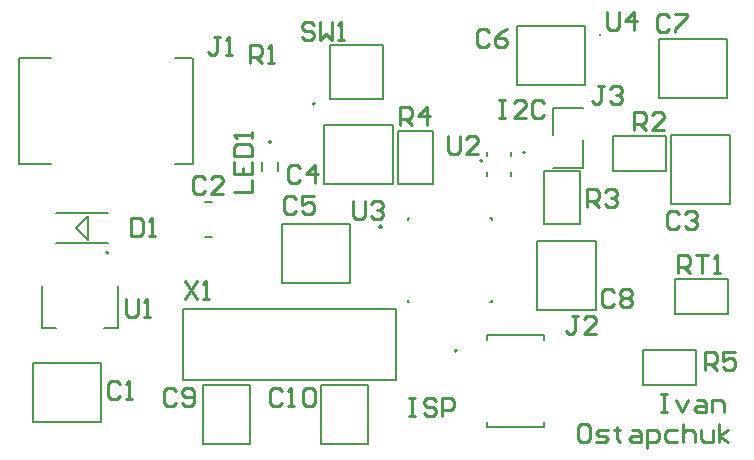
<source format=gto>
G04*
G04 #@! TF.GenerationSoftware,Altium Limited,Altium Designer,22.2.1 (43)*
G04*
G04 Layer_Color=65535*
%FSLAX25Y25*%
%MOIN*%
G70*
G04*
G04 #@! TF.SameCoordinates,AAFBACAA-EC33-4654-A321-DB7F653A4B28*
G04*
G04*
G04 #@! TF.FilePolarity,Positive*
G04*
G01*
G75*
%ADD10C,0.00787*%
%ADD11C,0.01000*%
%ADD12C,0.00600*%
%ADD13C,0.00945*%
%ADD14C,0.00500*%
D10*
X149685Y35197D02*
G03*
X149685Y35197I-394J0D01*
G01*
X172441Y101299D02*
G03*
X172441Y101299I-394J0D01*
G01*
X102362Y117520D02*
G03*
X102362Y117520I-394J0D01*
G01*
X158189Y98524D02*
G03*
X158189Y98524I-394J0D01*
G01*
X33465Y67913D02*
G03*
X33465Y67913I-394J0D01*
G01*
X186070Y71781D02*
X195912D01*
Y48947D02*
Y71781D01*
X176227Y48947D02*
X195912D01*
X176227D02*
Y71781D01*
X186070D01*
X181811Y107087D02*
Y116299D01*
X191811D01*
X181811Y96299D02*
X191811D01*
Y105512D01*
X91338Y67635D02*
Y77477D01*
X114173D01*
Y57792D02*
Y77477D01*
X91338Y57792D02*
X114173D01*
X91338D02*
Y67635D01*
X55610Y132874D02*
X61516D01*
X61614Y97441D02*
Y132874D01*
X55610Y97441D02*
X61516D01*
X3740Y132874D02*
X14370D01*
X3740Y97441D02*
Y132874D01*
Y97441D02*
X14370D01*
X22702Y76181D02*
X26639Y80118D01*
X22702Y76181D02*
X26639Y72244D01*
Y80118D01*
X105512Y100591D02*
Y110433D01*
X128347D01*
Y90748D02*
Y110433D01*
X105512Y90748D02*
X128347D01*
X105512D02*
Y100591D01*
X135827Y90748D02*
X141732D01*
Y108465D01*
X129921D02*
X141732D01*
X129921Y90748D02*
Y108465D01*
Y90748D02*
X135827D01*
X129232Y25591D02*
Y37402D01*
X58366Y25591D02*
X129232D01*
X58366D02*
Y49213D01*
X129232D01*
Y37402D02*
Y49213D01*
X220866Y84252D02*
X230709D01*
X220866D02*
Y107087D01*
X240551D01*
Y84252D02*
Y107087D01*
X230709Y84252D02*
X240551D01*
X216929Y129317D02*
Y139160D01*
X239764D01*
Y119475D02*
Y139160D01*
X216929Y119475D02*
X239764D01*
X216929D02*
Y129317D01*
X192520Y123658D02*
Y133500D01*
X169685Y123658D02*
X192520D01*
X169685D02*
Y143342D01*
X192520D01*
Y133500D02*
Y143342D01*
X31102Y11417D02*
Y21260D01*
X8268Y11417D02*
X31102D01*
X8268D02*
Y31102D01*
X31102D01*
Y21260D02*
Y31102D01*
X240059Y53347D02*
Y59252D01*
X222342D02*
X240059D01*
X222342Y47441D02*
Y59252D01*
Y47441D02*
X240059D01*
Y53347D01*
X211614Y23819D02*
Y29724D01*
Y23819D02*
X229331D01*
Y35630D01*
X211614D02*
X229331D01*
X211614Y29724D02*
Y35630D01*
X219488Y100960D02*
Y106866D01*
X201772D02*
X219488D01*
X201772Y95055D02*
Y106866D01*
Y95055D02*
X219488D01*
Y100960D01*
X184646Y77362D02*
X190551D01*
Y95079D01*
X178740D02*
X190551D01*
X178740Y77362D02*
Y95079D01*
Y77362D02*
X184646D01*
X104331Y4134D02*
X112205D01*
X104331D02*
Y23819D01*
X120079D01*
Y4134D02*
Y23819D01*
X112205Y4134D02*
X120079D01*
X64961D02*
X72835D01*
X64961D02*
Y23819D01*
X80709D01*
Y4134D02*
Y23819D01*
X72835Y4134D02*
X80709D01*
D11*
X197441Y140453D02*
G03*
X197441Y140453I-98J0D01*
G01*
X163598Y118809D02*
X165598D01*
X164598D01*
Y112811D01*
X163598D01*
X165598D01*
X172596D02*
X168597D01*
X172596Y116810D01*
Y117809D01*
X171596Y118809D01*
X169597D01*
X168597Y117809D01*
X178594D02*
X177594Y118809D01*
X175595D01*
X174595Y117809D01*
Y113811D01*
X175595Y112811D01*
X177594D01*
X178594Y113811D01*
X133677Y19597D02*
X135677D01*
X134677D01*
Y13598D01*
X133677D01*
X135677D01*
X142674Y18597D02*
X141675Y19597D01*
X139675D01*
X138675Y18597D01*
Y17597D01*
X139675Y16598D01*
X141675D01*
X142674Y15598D01*
Y14598D01*
X141675Y13598D01*
X139675D01*
X138675Y14598D01*
X144674Y13598D02*
Y19597D01*
X147673D01*
X148672Y18597D01*
Y16598D01*
X147673Y15598D01*
X144674D01*
X217535Y20778D02*
X219535D01*
X218535D01*
Y14780D01*
X217535D01*
X219535D01*
X222534Y18778D02*
X224533Y14780D01*
X226533Y18778D01*
X229532D02*
X231531D01*
X232531Y17779D01*
Y14780D01*
X229532D01*
X228532Y15779D01*
X229532Y16779D01*
X232531D01*
X234530Y14780D02*
Y18778D01*
X237529D01*
X238529Y17779D01*
Y14780D01*
X192975Y10966D02*
X190976D01*
X189976Y9966D01*
Y5968D01*
X190976Y4968D01*
X192975D01*
X193975Y5968D01*
Y9966D01*
X192975Y10966D01*
X195974Y4968D02*
X198974D01*
X199973Y5968D01*
X198974Y6967D01*
X196974D01*
X195974Y7967D01*
X196974Y8967D01*
X199973D01*
X202972Y9966D02*
Y8967D01*
X201973D01*
X203972D01*
X202972D01*
Y5968D01*
X203972Y4968D01*
X207971Y8967D02*
X209970D01*
X210970Y7967D01*
Y4968D01*
X207971D01*
X206971Y5968D01*
X207971Y6967D01*
X210970D01*
X212969Y2968D02*
Y8967D01*
X215968D01*
X216968Y7967D01*
Y5968D01*
X215968Y4968D01*
X212969D01*
X222966Y8967D02*
X219967D01*
X218967Y7967D01*
Y5968D01*
X219967Y4968D01*
X222966D01*
X224965Y10966D02*
Y4968D01*
Y7967D01*
X225965Y8967D01*
X227964D01*
X228964Y7967D01*
Y4968D01*
X230963Y8967D02*
Y5968D01*
X231963Y4968D01*
X234962D01*
Y8967D01*
X236961Y4968D02*
Y10966D01*
Y6967D02*
X239960Y8967D01*
X236961Y6967D02*
X239960Y4968D01*
X201999Y54756D02*
X201000Y55756D01*
X199000D01*
X198001Y54756D01*
Y50757D01*
X199000Y49758D01*
X201000D01*
X201999Y50757D01*
X203999Y54756D02*
X204998Y55756D01*
X206998D01*
X207997Y54756D01*
Y53756D01*
X206998Y52757D01*
X207997Y51757D01*
Y50757D01*
X206998Y49758D01*
X204998D01*
X203999Y50757D01*
Y51757D01*
X204998Y52757D01*
X203999Y53756D01*
Y54756D01*
X204998Y52757D02*
X206998D01*
X198607Y123471D02*
X196607D01*
X197607D01*
Y118473D01*
X196607Y117473D01*
X195608D01*
X194608Y118473D01*
X200606Y122472D02*
X201606Y123471D01*
X203605D01*
X204605Y122472D01*
Y121472D01*
X203605Y120472D01*
X202605D01*
X203605D01*
X204605Y119473D01*
Y118473D01*
X203605Y117473D01*
X201606D01*
X200606Y118473D01*
X70669Y139810D02*
X68670D01*
X69670D01*
Y134812D01*
X68670Y133812D01*
X67670D01*
X66671Y134812D01*
X72669Y133812D02*
X74668D01*
X73668D01*
Y139810D01*
X72669Y138810D01*
X189945Y46700D02*
X187946D01*
X188945D01*
Y41701D01*
X187946Y40702D01*
X186946D01*
X185947Y41701D01*
X195943Y40702D02*
X191945D01*
X195943Y44701D01*
Y45700D01*
X194944Y46700D01*
X192944D01*
X191945Y45700D01*
X59020Y58641D02*
X63018Y52643D01*
Y58641D02*
X59020Y52643D01*
X65018D02*
X67017D01*
X66017D01*
Y58641D01*
X65018Y57641D01*
X199726Y148078D02*
Y143079D01*
X200726Y142080D01*
X202725D01*
X203725Y143079D01*
Y148078D01*
X208723Y142080D02*
Y148078D01*
X205724Y145079D01*
X209723D01*
X39308Y52408D02*
Y47410D01*
X40308Y46410D01*
X42307D01*
X43307Y47410D01*
Y52408D01*
X45306Y46410D02*
X47306D01*
X46306D01*
Y52408D01*
X45306Y51409D01*
X146576Y106798D02*
Y101800D01*
X147576Y100800D01*
X149575D01*
X150575Y101800D01*
Y106798D01*
X156573Y100800D02*
X152575D01*
X156573Y104799D01*
Y105799D01*
X155573Y106798D01*
X153574D01*
X152575Y105799D01*
X115080Y85007D02*
Y80009D01*
X116080Y79009D01*
X118079D01*
X119079Y80009D01*
Y85007D01*
X121078Y84007D02*
X122078Y85007D01*
X124077D01*
X125077Y84007D01*
Y83008D01*
X124077Y82008D01*
X123078D01*
X124077D01*
X125077Y81008D01*
Y80009D01*
X124077Y79009D01*
X122078D01*
X121078Y80009D01*
X101973Y143929D02*
X100973Y144928D01*
X98974D01*
X97974Y143929D01*
Y142929D01*
X98974Y141929D01*
X100973D01*
X101973Y140930D01*
Y139930D01*
X100973Y138930D01*
X98974D01*
X97974Y139930D01*
X103972Y144928D02*
Y138930D01*
X105971Y140930D01*
X107971Y138930D01*
Y144928D01*
X109970Y138930D02*
X111969D01*
X110970D01*
Y144928D01*
X109970Y143929D01*
X223317Y61174D02*
Y67172D01*
X226316D01*
X227316Y66173D01*
Y64173D01*
X226316Y63174D01*
X223317D01*
X225317D02*
X227316Y61174D01*
X229315Y67172D02*
X233314D01*
X231315D01*
Y61174D01*
X235313D02*
X237313D01*
X236313D01*
Y67172D01*
X235313Y66173D01*
X80647Y131056D02*
Y137054D01*
X83646D01*
X84646Y136055D01*
Y134055D01*
X83646Y133055D01*
X80647D01*
X82646D02*
X84646Y131056D01*
X86645D02*
X88644D01*
X87645D01*
Y137054D01*
X86645Y136055D01*
X208781Y108812D02*
Y114810D01*
X211780D01*
X212780Y113810D01*
Y111811D01*
X211780Y110811D01*
X208781D01*
X210781D02*
X212780Y108812D01*
X218778D02*
X214779D01*
X218778Y112811D01*
Y113810D01*
X217778Y114810D01*
X215779D01*
X214779Y113810D01*
X193079Y83221D02*
Y89219D01*
X196078D01*
X197078Y88220D01*
Y86221D01*
X196078Y85221D01*
X193079D01*
X195079D02*
X197078Y83221D01*
X199077Y88220D02*
X200077Y89219D01*
X202076D01*
X203076Y88220D01*
Y87220D01*
X202076Y86221D01*
X201077D01*
X202076D01*
X203076Y85221D01*
Y84221D01*
X202076Y83221D01*
X200077D01*
X199077Y84221D01*
X232206Y28792D02*
Y34790D01*
X235205D01*
X236205Y33791D01*
Y31791D01*
X235205Y30792D01*
X232206D01*
X234206D02*
X236205Y28792D01*
X242203Y34790D02*
X238204D01*
Y31791D01*
X240204Y32791D01*
X241203D01*
X242203Y31791D01*
Y29792D01*
X241203Y28792D01*
X239204D01*
X238204Y29792D01*
X130828Y110387D02*
Y116385D01*
X133827D01*
X134827Y115385D01*
Y113386D01*
X133827Y112386D01*
X130828D01*
X132828D02*
X134827Y110387D01*
X139825D02*
Y116385D01*
X136826Y113386D01*
X140825D01*
X75347Y88035D02*
X81345D01*
Y92033D01*
X75347Y98032D02*
Y94033D01*
X81345D01*
Y98032D01*
X78347Y94033D02*
Y96032D01*
X75347Y100031D02*
X81345D01*
Y103030D01*
X80346Y104030D01*
X76347D01*
X75347Y103030D01*
Y100031D01*
X81345Y106029D02*
Y108028D01*
Y107029D01*
X75347D01*
X76347Y106029D01*
X41012Y79574D02*
Y73576D01*
X44011D01*
X45011Y74576D01*
Y78574D01*
X44011Y79574D01*
X41012D01*
X47010Y73576D02*
X49010D01*
X48010D01*
Y79574D01*
X47010Y78574D01*
X220260Y146487D02*
X219261Y147487D01*
X217261D01*
X216262Y146487D01*
Y142489D01*
X217261Y141489D01*
X219261D01*
X220260Y142489D01*
X222259Y147487D02*
X226258D01*
Y146487D01*
X222259Y142489D01*
Y141489D01*
X160418Y141405D02*
X159418Y142404D01*
X157419D01*
X156419Y141405D01*
Y137406D01*
X157419Y136407D01*
X159418D01*
X160418Y137406D01*
X166416Y142404D02*
X164416Y141405D01*
X162417Y139406D01*
Y137406D01*
X163417Y136407D01*
X165416D01*
X166416Y137406D01*
Y138406D01*
X165416Y139406D01*
X162417D01*
X65604Y92422D02*
X64604Y93421D01*
X62604D01*
X61605Y92422D01*
Y88423D01*
X62604Y87423D01*
X64604D01*
X65604Y88423D01*
X71602Y87423D02*
X67603D01*
X71602Y91422D01*
Y92422D01*
X70602Y93421D01*
X68603D01*
X67603Y92422D01*
X37402Y24047D02*
X36402Y25046D01*
X34403D01*
X33403Y24047D01*
Y20048D01*
X34403Y19048D01*
X36402D01*
X37402Y20048D01*
X39401Y19048D02*
X41400D01*
X40401D01*
Y25046D01*
X39401Y24047D01*
X223803Y80960D02*
X222804Y81960D01*
X220804D01*
X219805Y80960D01*
Y76962D01*
X220804Y75962D01*
X222804D01*
X223803Y76962D01*
X225803Y80960D02*
X226802Y81960D01*
X228802D01*
X229802Y80960D01*
Y79961D01*
X228802Y78961D01*
X227802D01*
X228802D01*
X229802Y77961D01*
Y76962D01*
X228802Y75962D01*
X226802D01*
X225803Y76962D01*
X91383Y21684D02*
X90383Y22684D01*
X88384D01*
X87384Y21684D01*
Y17686D01*
X88384Y16686D01*
X90383D01*
X91383Y17686D01*
X93382Y16686D02*
X95382D01*
X94382D01*
Y22684D01*
X93382Y21684D01*
X98381D02*
X99380Y22684D01*
X101380D01*
X102380Y21684D01*
Y17686D01*
X101380Y16686D01*
X99380D01*
X98381Y17686D01*
Y21684D01*
X56087D02*
X55087Y22684D01*
X53088D01*
X52088Y21684D01*
Y17686D01*
X53088Y16686D01*
X55087D01*
X56087Y17686D01*
X58086D02*
X59086Y16686D01*
X61085D01*
X62085Y17686D01*
Y21684D01*
X61085Y22684D01*
X59086D01*
X58086Y21684D01*
Y20685D01*
X59086Y19685D01*
X62085D01*
X95918Y85841D02*
X94919Y86841D01*
X92919D01*
X91920Y85841D01*
Y81842D01*
X92919Y80843D01*
X94919D01*
X95918Y81842D01*
X101917Y86841D02*
X97918D01*
Y83842D01*
X99917Y84841D01*
X100917D01*
X101917Y83842D01*
Y81842D01*
X100917Y80843D01*
X98917D01*
X97918Y81842D01*
X97426Y96072D02*
X96426Y97072D01*
X94427D01*
X93427Y96072D01*
Y92074D01*
X94427Y91074D01*
X96426D01*
X97426Y92074D01*
X102424Y91074D02*
Y97072D01*
X99425Y94073D01*
X103424D01*
D12*
X87843Y104884D02*
G03*
X87843Y104884I-500J0D01*
G01*
X65748Y73032D02*
X68110D01*
X65748Y84842D02*
X68110D01*
X90098Y95079D02*
Y98228D01*
X84587Y95079D02*
Y98228D01*
D13*
X124595Y76564D02*
G03*
X124595Y76564I-394J0D01*
G01*
D14*
X159783Y9882D02*
X178799D01*
X159783Y40512D02*
X178799D01*
X159783Y9882D02*
Y11437D01*
Y38957D02*
Y40512D01*
X178799Y9882D02*
Y11437D01*
Y38957D02*
Y40512D01*
X16147Y81221D02*
X33194D01*
X16147Y71142D02*
X33194D01*
X161220Y78937D02*
Y79528D01*
X160630D02*
X161220D01*
X160630Y51575D02*
X161220D01*
Y52165D01*
X133268Y51575D02*
Y52165D01*
Y51575D02*
X133858D01*
X133268Y79528D02*
X133858D01*
X133268Y78937D02*
Y79528D01*
X107283Y119291D02*
X125000D01*
X107283D02*
Y137008D01*
X125000D01*
Y119291D02*
Y137008D01*
X167638Y100276D02*
Y101476D01*
Y93602D02*
Y94803D01*
X159764Y100276D02*
Y101476D01*
Y93602D02*
Y94803D01*
X11220Y42913D02*
Y56693D01*
Y42913D02*
X16102D01*
X36811D02*
Y56693D01*
X31929Y42913D02*
X36811D01*
M02*

</source>
